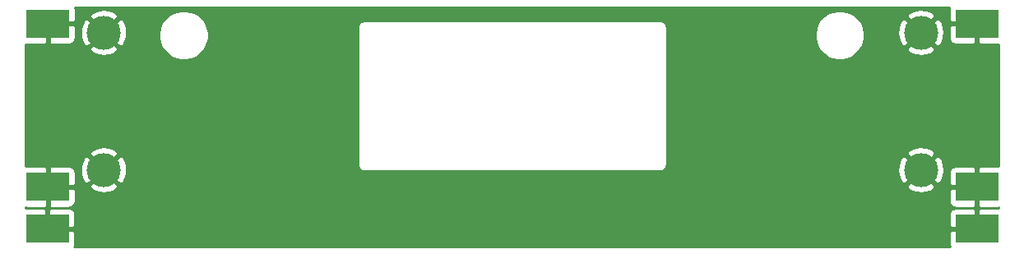
<source format=gbl>
G04 #@! TF.GenerationSoftware,KiCad,Pcbnew,(5.1.8)-1*
G04 #@! TF.CreationDate,2022-11-12T23:31:27+01:00*
G04 #@! TF.ProjectId,RetroPanel FP2,52657472-6f50-4616-9e65-6c204650322e,rev?*
G04 #@! TF.SameCoordinates,Original*
G04 #@! TF.FileFunction,Copper,L2,Bot*
G04 #@! TF.FilePolarity,Positive*
%FSLAX46Y46*%
G04 Gerber Fmt 4.6, Leading zero omitted, Abs format (unit mm)*
G04 Created by KiCad (PCBNEW (5.1.8)-1) date 2022-11-12 23:31:27*
%MOMM*%
%LPD*%
G01*
G04 APERTURE LIST*
G04 #@! TA.AperFunction,ComponentPad*
%ADD10C,3.500000*%
G04 #@! TD*
G04 #@! TA.AperFunction,SMDPad,CuDef*
%ADD11R,4.400000X3.000000*%
G04 #@! TD*
G04 #@! TA.AperFunction,Conductor*
%ADD12C,0.254000*%
G04 #@! TD*
G04 #@! TA.AperFunction,Conductor*
%ADD13C,0.100000*%
G04 #@! TD*
G04 APERTURE END LIST*
D10*
X108687500Y-82575000D03*
X108687500Y-96725000D03*
X192812500Y-96725000D03*
X192812500Y-82575000D03*
D11*
X102934500Y-81648500D03*
X102934500Y-98476000D03*
X198565500Y-81648500D03*
X198565500Y-98476000D03*
X102921000Y-102794000D03*
X198565500Y-102794000D03*
D12*
X195739688Y-80024018D02*
X195727428Y-80148500D01*
X195730500Y-81362750D01*
X195889250Y-81521500D01*
X198438500Y-81521500D01*
X198438500Y-81501500D01*
X198692500Y-81501500D01*
X198692500Y-81521500D01*
X198712500Y-81521500D01*
X198712500Y-81775500D01*
X198692500Y-81775500D01*
X198692500Y-83624750D01*
X198851250Y-83783500D01*
X200765500Y-83786572D01*
X200840000Y-83779235D01*
X200840001Y-96345265D01*
X200765500Y-96337928D01*
X198851250Y-96341000D01*
X198692500Y-96499750D01*
X198692500Y-98349000D01*
X198712500Y-98349000D01*
X198712500Y-98603000D01*
X198692500Y-98603000D01*
X198692500Y-100452250D01*
X198851250Y-100611000D01*
X200765500Y-100614072D01*
X200840001Y-100606735D01*
X200840001Y-100663265D01*
X200765500Y-100655928D01*
X198851250Y-100659000D01*
X198692500Y-100817750D01*
X198692500Y-102667000D01*
X198712500Y-102667000D01*
X198712500Y-102921000D01*
X198692500Y-102921000D01*
X198692500Y-102941000D01*
X198438500Y-102941000D01*
X198438500Y-102921000D01*
X195889250Y-102921000D01*
X195730500Y-103079750D01*
X195727428Y-104294000D01*
X195739688Y-104418482D01*
X195775998Y-104538180D01*
X195830423Y-104640000D01*
X105656077Y-104640000D01*
X105710502Y-104538180D01*
X105746812Y-104418482D01*
X105759072Y-104294000D01*
X105756000Y-103079750D01*
X105597250Y-102921000D01*
X103048000Y-102921000D01*
X103048000Y-102941000D01*
X102794000Y-102941000D01*
X102794000Y-102921000D01*
X102774000Y-102921000D01*
X102774000Y-102667000D01*
X102794000Y-102667000D01*
X102794000Y-100817750D01*
X103048000Y-100817750D01*
X103048000Y-102667000D01*
X105597250Y-102667000D01*
X105756000Y-102508250D01*
X105759072Y-101294000D01*
X195727428Y-101294000D01*
X195730500Y-102508250D01*
X195889250Y-102667000D01*
X198438500Y-102667000D01*
X198438500Y-100817750D01*
X198279750Y-100659000D01*
X196365500Y-100655928D01*
X196241018Y-100668188D01*
X196121320Y-100704498D01*
X196011006Y-100763463D01*
X195914315Y-100842815D01*
X195834963Y-100939506D01*
X195775998Y-101049820D01*
X195739688Y-101169518D01*
X195727428Y-101294000D01*
X105759072Y-101294000D01*
X105746812Y-101169518D01*
X105710502Y-101049820D01*
X105651537Y-100939506D01*
X105572185Y-100842815D01*
X105475494Y-100763463D01*
X105365180Y-100704498D01*
X105245482Y-100668188D01*
X105121000Y-100655928D01*
X103206750Y-100659000D01*
X103048000Y-100817750D01*
X102794000Y-100817750D01*
X102635250Y-100659000D01*
X100721000Y-100655928D01*
X100660000Y-100661936D01*
X100660000Y-100606735D01*
X100734500Y-100614072D01*
X102648750Y-100611000D01*
X102807500Y-100452250D01*
X102807500Y-98603000D01*
X103061500Y-98603000D01*
X103061500Y-100452250D01*
X103220250Y-100611000D01*
X105134500Y-100614072D01*
X105258982Y-100601812D01*
X105378680Y-100565502D01*
X105488994Y-100506537D01*
X105585685Y-100427185D01*
X105665037Y-100330494D01*
X105724002Y-100220180D01*
X105760312Y-100100482D01*
X105772572Y-99976000D01*
X195727428Y-99976000D01*
X195739688Y-100100482D01*
X195775998Y-100220180D01*
X195834963Y-100330494D01*
X195914315Y-100427185D01*
X196011006Y-100506537D01*
X196121320Y-100565502D01*
X196241018Y-100601812D01*
X196365500Y-100614072D01*
X198279750Y-100611000D01*
X198438500Y-100452250D01*
X198438500Y-98603000D01*
X195889250Y-98603000D01*
X195730500Y-98761750D01*
X195727428Y-99976000D01*
X105772572Y-99976000D01*
X105769500Y-98761750D01*
X105610750Y-98603000D01*
X103061500Y-98603000D01*
X102807500Y-98603000D01*
X102787500Y-98603000D01*
X102787500Y-98394609D01*
X107197497Y-98394609D01*
X107383573Y-98735766D01*
X107800909Y-98951513D01*
X108252315Y-99081696D01*
X108720446Y-99121313D01*
X109187311Y-99068842D01*
X109634968Y-98926297D01*
X109991427Y-98735766D01*
X110177503Y-98394609D01*
X191322497Y-98394609D01*
X191508573Y-98735766D01*
X191925909Y-98951513D01*
X192377315Y-99081696D01*
X192845446Y-99121313D01*
X193312311Y-99068842D01*
X193759968Y-98926297D01*
X194116427Y-98735766D01*
X194302503Y-98394609D01*
X192812500Y-96904605D01*
X191322497Y-98394609D01*
X110177503Y-98394609D01*
X108687500Y-96904605D01*
X107197497Y-98394609D01*
X102787500Y-98394609D01*
X102787500Y-98349000D01*
X102807500Y-98349000D01*
X102807500Y-96499750D01*
X103061500Y-96499750D01*
X103061500Y-98349000D01*
X105610750Y-98349000D01*
X105769500Y-98190250D01*
X105772572Y-96976000D01*
X105760312Y-96851518D01*
X105731928Y-96757946D01*
X106291187Y-96757946D01*
X106343658Y-97224811D01*
X106486203Y-97672468D01*
X106676734Y-98028927D01*
X107017891Y-98215003D01*
X108507895Y-96725000D01*
X108867105Y-96725000D01*
X110357109Y-98215003D01*
X110698266Y-98028927D01*
X110914013Y-97611591D01*
X111044196Y-97160185D01*
X111083813Y-96692054D01*
X111031342Y-96225189D01*
X110888797Y-95777532D01*
X110698266Y-95421073D01*
X110357109Y-95234997D01*
X108867105Y-96725000D01*
X108507895Y-96725000D01*
X107017891Y-95234997D01*
X106676734Y-95421073D01*
X106460987Y-95838409D01*
X106330804Y-96289815D01*
X106291187Y-96757946D01*
X105731928Y-96757946D01*
X105724002Y-96731820D01*
X105665037Y-96621506D01*
X105585685Y-96524815D01*
X105488994Y-96445463D01*
X105378680Y-96386498D01*
X105258982Y-96350188D01*
X105134500Y-96337928D01*
X103220250Y-96341000D01*
X103061500Y-96499750D01*
X102807500Y-96499750D01*
X102648750Y-96341000D01*
X100734500Y-96337928D01*
X100660000Y-96345265D01*
X100660000Y-95055391D01*
X107197497Y-95055391D01*
X108687500Y-96545395D01*
X110177503Y-95055391D01*
X109991427Y-94714234D01*
X109574091Y-94498487D01*
X109122685Y-94368304D01*
X108654554Y-94328687D01*
X108187689Y-94381158D01*
X107740032Y-94523703D01*
X107383573Y-94714234D01*
X107197497Y-95055391D01*
X100660000Y-95055391D01*
X100660000Y-84244609D01*
X107197497Y-84244609D01*
X107383573Y-84585766D01*
X107800909Y-84801513D01*
X108252315Y-84931696D01*
X108720446Y-84971313D01*
X109187311Y-84918842D01*
X109634968Y-84776297D01*
X109991427Y-84585766D01*
X110177503Y-84244609D01*
X108687500Y-82754605D01*
X107197497Y-84244609D01*
X100660000Y-84244609D01*
X100660000Y-83779235D01*
X100734500Y-83786572D01*
X102648750Y-83783500D01*
X102807500Y-83624750D01*
X102807500Y-81775500D01*
X103061500Y-81775500D01*
X103061500Y-83624750D01*
X103220250Y-83783500D01*
X105134500Y-83786572D01*
X105258982Y-83774312D01*
X105378680Y-83738002D01*
X105488994Y-83679037D01*
X105585685Y-83599685D01*
X105665037Y-83502994D01*
X105724002Y-83392680D01*
X105760312Y-83272982D01*
X105772572Y-83148500D01*
X105771205Y-82607946D01*
X106291187Y-82607946D01*
X106343658Y-83074811D01*
X106486203Y-83522468D01*
X106676734Y-83878927D01*
X107017891Y-84065003D01*
X108507895Y-82575000D01*
X108867105Y-82575000D01*
X110357109Y-84065003D01*
X110698266Y-83878927D01*
X110914013Y-83461591D01*
X111044196Y-83010185D01*
X111078730Y-82602116D01*
X114352423Y-82602116D01*
X114352423Y-83107884D01*
X114451094Y-83603934D01*
X114644643Y-84071204D01*
X114925633Y-84491735D01*
X115283265Y-84849367D01*
X115703796Y-85130357D01*
X116171066Y-85323906D01*
X116667116Y-85422577D01*
X117172884Y-85422577D01*
X117668934Y-85323906D01*
X118136204Y-85130357D01*
X118556735Y-84849367D01*
X118914367Y-84491735D01*
X119195357Y-84071204D01*
X119388906Y-83603934D01*
X119487577Y-83107884D01*
X119487577Y-82602116D01*
X119388906Y-82106066D01*
X119353257Y-82020000D01*
X134850807Y-82020000D01*
X134854001Y-82052429D01*
X134854000Y-96157581D01*
X134850807Y-96190000D01*
X134863550Y-96319383D01*
X134901290Y-96443793D01*
X134962575Y-96558450D01*
X135014324Y-96621506D01*
X135045052Y-96658948D01*
X135145550Y-96741425D01*
X135260207Y-96802710D01*
X135384617Y-96840450D01*
X135514000Y-96853193D01*
X135546419Y-96850000D01*
X165953581Y-96850000D01*
X165986000Y-96853193D01*
X166018419Y-96850000D01*
X166115383Y-96840450D01*
X166239793Y-96802710D01*
X166323541Y-96757946D01*
X190416187Y-96757946D01*
X190468658Y-97224811D01*
X190611203Y-97672468D01*
X190801734Y-98028927D01*
X191142891Y-98215003D01*
X192632895Y-96725000D01*
X192992105Y-96725000D01*
X194482109Y-98215003D01*
X194823266Y-98028927D01*
X195039013Y-97611591D01*
X195169196Y-97160185D01*
X195184783Y-96976000D01*
X195727428Y-96976000D01*
X195730500Y-98190250D01*
X195889250Y-98349000D01*
X198438500Y-98349000D01*
X198438500Y-96499750D01*
X198279750Y-96341000D01*
X196365500Y-96337928D01*
X196241018Y-96350188D01*
X196121320Y-96386498D01*
X196011006Y-96445463D01*
X195914315Y-96524815D01*
X195834963Y-96621506D01*
X195775998Y-96731820D01*
X195739688Y-96851518D01*
X195727428Y-96976000D01*
X195184783Y-96976000D01*
X195208813Y-96692054D01*
X195156342Y-96225189D01*
X195013797Y-95777532D01*
X194823266Y-95421073D01*
X194482109Y-95234997D01*
X192992105Y-96725000D01*
X192632895Y-96725000D01*
X191142891Y-95234997D01*
X190801734Y-95421073D01*
X190585987Y-95838409D01*
X190455804Y-96289815D01*
X190416187Y-96757946D01*
X166323541Y-96757946D01*
X166354450Y-96741425D01*
X166454948Y-96658948D01*
X166537425Y-96558450D01*
X166598710Y-96443793D01*
X166636450Y-96319383D01*
X166649193Y-96190000D01*
X166646000Y-96157581D01*
X166646000Y-95055391D01*
X191322497Y-95055391D01*
X192812500Y-96545395D01*
X194302503Y-95055391D01*
X194116427Y-94714234D01*
X193699091Y-94498487D01*
X193247685Y-94368304D01*
X192779554Y-94328687D01*
X192312689Y-94381158D01*
X191865032Y-94523703D01*
X191508573Y-94714234D01*
X191322497Y-95055391D01*
X166646000Y-95055391D01*
X166646000Y-82602116D01*
X181885423Y-82602116D01*
X181885423Y-83107884D01*
X181984094Y-83603934D01*
X182177643Y-84071204D01*
X182458633Y-84491735D01*
X182816265Y-84849367D01*
X183236796Y-85130357D01*
X183704066Y-85323906D01*
X184200116Y-85422577D01*
X184705884Y-85422577D01*
X185201934Y-85323906D01*
X185669204Y-85130357D01*
X186089735Y-84849367D01*
X186447367Y-84491735D01*
X186612491Y-84244609D01*
X191322497Y-84244609D01*
X191508573Y-84585766D01*
X191925909Y-84801513D01*
X192377315Y-84931696D01*
X192845446Y-84971313D01*
X193312311Y-84918842D01*
X193759968Y-84776297D01*
X194116427Y-84585766D01*
X194302503Y-84244609D01*
X192812500Y-82754605D01*
X191322497Y-84244609D01*
X186612491Y-84244609D01*
X186728357Y-84071204D01*
X186921906Y-83603934D01*
X187020577Y-83107884D01*
X187020577Y-82607946D01*
X190416187Y-82607946D01*
X190468658Y-83074811D01*
X190611203Y-83522468D01*
X190801734Y-83878927D01*
X191142891Y-84065003D01*
X192632895Y-82575000D01*
X192992105Y-82575000D01*
X194482109Y-84065003D01*
X194823266Y-83878927D01*
X195039013Y-83461591D01*
X195129306Y-83148500D01*
X195727428Y-83148500D01*
X195739688Y-83272982D01*
X195775998Y-83392680D01*
X195834963Y-83502994D01*
X195914315Y-83599685D01*
X196011006Y-83679037D01*
X196121320Y-83738002D01*
X196241018Y-83774312D01*
X196365500Y-83786572D01*
X198279750Y-83783500D01*
X198438500Y-83624750D01*
X198438500Y-81775500D01*
X195889250Y-81775500D01*
X195730500Y-81934250D01*
X195727428Y-83148500D01*
X195129306Y-83148500D01*
X195169196Y-83010185D01*
X195208813Y-82542054D01*
X195156342Y-82075189D01*
X195013797Y-81627532D01*
X194823266Y-81271073D01*
X194482109Y-81084997D01*
X192992105Y-82575000D01*
X192632895Y-82575000D01*
X191142891Y-81084997D01*
X190801734Y-81271073D01*
X190585987Y-81688409D01*
X190455804Y-82139815D01*
X190416187Y-82607946D01*
X187020577Y-82607946D01*
X187020577Y-82602116D01*
X186921906Y-82106066D01*
X186728357Y-81638796D01*
X186447367Y-81218265D01*
X186134493Y-80905391D01*
X191322497Y-80905391D01*
X192812500Y-82395395D01*
X194302503Y-80905391D01*
X194116427Y-80564234D01*
X193699091Y-80348487D01*
X193247685Y-80218304D01*
X192779554Y-80178687D01*
X192312689Y-80231158D01*
X191865032Y-80373703D01*
X191508573Y-80564234D01*
X191322497Y-80905391D01*
X186134493Y-80905391D01*
X186089735Y-80860633D01*
X185669204Y-80579643D01*
X185201934Y-80386094D01*
X184705884Y-80287423D01*
X184200116Y-80287423D01*
X183704066Y-80386094D01*
X183236796Y-80579643D01*
X182816265Y-80860633D01*
X182458633Y-81218265D01*
X182177643Y-81638796D01*
X181984094Y-82106066D01*
X181885423Y-82602116D01*
X166646000Y-82602116D01*
X166646000Y-82052419D01*
X166649193Y-82020000D01*
X166636450Y-81890617D01*
X166598710Y-81766207D01*
X166537425Y-81651550D01*
X166454948Y-81551052D01*
X166354450Y-81468575D01*
X166239793Y-81407290D01*
X166115383Y-81369550D01*
X166018419Y-81360000D01*
X165986000Y-81356807D01*
X165953581Y-81360000D01*
X135546419Y-81360000D01*
X135514000Y-81356807D01*
X135481581Y-81360000D01*
X135384617Y-81369550D01*
X135260207Y-81407290D01*
X135145550Y-81468575D01*
X135045052Y-81551052D01*
X134962575Y-81651550D01*
X134901290Y-81766207D01*
X134863550Y-81890617D01*
X134850807Y-82020000D01*
X119353257Y-82020000D01*
X119195357Y-81638796D01*
X118914367Y-81218265D01*
X118556735Y-80860633D01*
X118136204Y-80579643D01*
X117668934Y-80386094D01*
X117172884Y-80287423D01*
X116667116Y-80287423D01*
X116171066Y-80386094D01*
X115703796Y-80579643D01*
X115283265Y-80860633D01*
X114925633Y-81218265D01*
X114644643Y-81638796D01*
X114451094Y-82106066D01*
X114352423Y-82602116D01*
X111078730Y-82602116D01*
X111083813Y-82542054D01*
X111031342Y-82075189D01*
X110888797Y-81627532D01*
X110698266Y-81271073D01*
X110357109Y-81084997D01*
X108867105Y-82575000D01*
X108507895Y-82575000D01*
X107017891Y-81084997D01*
X106676734Y-81271073D01*
X106460987Y-81688409D01*
X106330804Y-82139815D01*
X106291187Y-82607946D01*
X105771205Y-82607946D01*
X105769500Y-81934250D01*
X105610750Y-81775500D01*
X103061500Y-81775500D01*
X102807500Y-81775500D01*
X102787500Y-81775500D01*
X102787500Y-81521500D01*
X102807500Y-81521500D01*
X102807500Y-81501500D01*
X103061500Y-81501500D01*
X103061500Y-81521500D01*
X105610750Y-81521500D01*
X105769500Y-81362750D01*
X105770657Y-80905391D01*
X107197497Y-80905391D01*
X108687500Y-82395395D01*
X110177503Y-80905391D01*
X109991427Y-80564234D01*
X109574091Y-80348487D01*
X109122685Y-80218304D01*
X108654554Y-80178687D01*
X108187689Y-80231158D01*
X107740032Y-80373703D01*
X107383573Y-80564234D01*
X107197497Y-80905391D01*
X105770657Y-80905391D01*
X105772572Y-80148500D01*
X105760312Y-80024018D01*
X105740892Y-79960000D01*
X195759108Y-79960000D01*
X195739688Y-80024018D01*
G04 #@! TA.AperFunction,Conductor*
D13*
G36*
X195739688Y-80024018D02*
G01*
X195727428Y-80148500D01*
X195730500Y-81362750D01*
X195889250Y-81521500D01*
X198438500Y-81521500D01*
X198438500Y-81501500D01*
X198692500Y-81501500D01*
X198692500Y-81521500D01*
X198712500Y-81521500D01*
X198712500Y-81775500D01*
X198692500Y-81775500D01*
X198692500Y-83624750D01*
X198851250Y-83783500D01*
X200765500Y-83786572D01*
X200840000Y-83779235D01*
X200840001Y-96345265D01*
X200765500Y-96337928D01*
X198851250Y-96341000D01*
X198692500Y-96499750D01*
X198692500Y-98349000D01*
X198712500Y-98349000D01*
X198712500Y-98603000D01*
X198692500Y-98603000D01*
X198692500Y-100452250D01*
X198851250Y-100611000D01*
X200765500Y-100614072D01*
X200840001Y-100606735D01*
X200840001Y-100663265D01*
X200765500Y-100655928D01*
X198851250Y-100659000D01*
X198692500Y-100817750D01*
X198692500Y-102667000D01*
X198712500Y-102667000D01*
X198712500Y-102921000D01*
X198692500Y-102921000D01*
X198692500Y-102941000D01*
X198438500Y-102941000D01*
X198438500Y-102921000D01*
X195889250Y-102921000D01*
X195730500Y-103079750D01*
X195727428Y-104294000D01*
X195739688Y-104418482D01*
X195775998Y-104538180D01*
X195830423Y-104640000D01*
X105656077Y-104640000D01*
X105710502Y-104538180D01*
X105746812Y-104418482D01*
X105759072Y-104294000D01*
X105756000Y-103079750D01*
X105597250Y-102921000D01*
X103048000Y-102921000D01*
X103048000Y-102941000D01*
X102794000Y-102941000D01*
X102794000Y-102921000D01*
X102774000Y-102921000D01*
X102774000Y-102667000D01*
X102794000Y-102667000D01*
X102794000Y-100817750D01*
X103048000Y-100817750D01*
X103048000Y-102667000D01*
X105597250Y-102667000D01*
X105756000Y-102508250D01*
X105759072Y-101294000D01*
X195727428Y-101294000D01*
X195730500Y-102508250D01*
X195889250Y-102667000D01*
X198438500Y-102667000D01*
X198438500Y-100817750D01*
X198279750Y-100659000D01*
X196365500Y-100655928D01*
X196241018Y-100668188D01*
X196121320Y-100704498D01*
X196011006Y-100763463D01*
X195914315Y-100842815D01*
X195834963Y-100939506D01*
X195775998Y-101049820D01*
X195739688Y-101169518D01*
X195727428Y-101294000D01*
X105759072Y-101294000D01*
X105746812Y-101169518D01*
X105710502Y-101049820D01*
X105651537Y-100939506D01*
X105572185Y-100842815D01*
X105475494Y-100763463D01*
X105365180Y-100704498D01*
X105245482Y-100668188D01*
X105121000Y-100655928D01*
X103206750Y-100659000D01*
X103048000Y-100817750D01*
X102794000Y-100817750D01*
X102635250Y-100659000D01*
X100721000Y-100655928D01*
X100660000Y-100661936D01*
X100660000Y-100606735D01*
X100734500Y-100614072D01*
X102648750Y-100611000D01*
X102807500Y-100452250D01*
X102807500Y-98603000D01*
X103061500Y-98603000D01*
X103061500Y-100452250D01*
X103220250Y-100611000D01*
X105134500Y-100614072D01*
X105258982Y-100601812D01*
X105378680Y-100565502D01*
X105488994Y-100506537D01*
X105585685Y-100427185D01*
X105665037Y-100330494D01*
X105724002Y-100220180D01*
X105760312Y-100100482D01*
X105772572Y-99976000D01*
X195727428Y-99976000D01*
X195739688Y-100100482D01*
X195775998Y-100220180D01*
X195834963Y-100330494D01*
X195914315Y-100427185D01*
X196011006Y-100506537D01*
X196121320Y-100565502D01*
X196241018Y-100601812D01*
X196365500Y-100614072D01*
X198279750Y-100611000D01*
X198438500Y-100452250D01*
X198438500Y-98603000D01*
X195889250Y-98603000D01*
X195730500Y-98761750D01*
X195727428Y-99976000D01*
X105772572Y-99976000D01*
X105769500Y-98761750D01*
X105610750Y-98603000D01*
X103061500Y-98603000D01*
X102807500Y-98603000D01*
X102787500Y-98603000D01*
X102787500Y-98394609D01*
X107197497Y-98394609D01*
X107383573Y-98735766D01*
X107800909Y-98951513D01*
X108252315Y-99081696D01*
X108720446Y-99121313D01*
X109187311Y-99068842D01*
X109634968Y-98926297D01*
X109991427Y-98735766D01*
X110177503Y-98394609D01*
X191322497Y-98394609D01*
X191508573Y-98735766D01*
X191925909Y-98951513D01*
X192377315Y-99081696D01*
X192845446Y-99121313D01*
X193312311Y-99068842D01*
X193759968Y-98926297D01*
X194116427Y-98735766D01*
X194302503Y-98394609D01*
X192812500Y-96904605D01*
X191322497Y-98394609D01*
X110177503Y-98394609D01*
X108687500Y-96904605D01*
X107197497Y-98394609D01*
X102787500Y-98394609D01*
X102787500Y-98349000D01*
X102807500Y-98349000D01*
X102807500Y-96499750D01*
X103061500Y-96499750D01*
X103061500Y-98349000D01*
X105610750Y-98349000D01*
X105769500Y-98190250D01*
X105772572Y-96976000D01*
X105760312Y-96851518D01*
X105731928Y-96757946D01*
X106291187Y-96757946D01*
X106343658Y-97224811D01*
X106486203Y-97672468D01*
X106676734Y-98028927D01*
X107017891Y-98215003D01*
X108507895Y-96725000D01*
X108867105Y-96725000D01*
X110357109Y-98215003D01*
X110698266Y-98028927D01*
X110914013Y-97611591D01*
X111044196Y-97160185D01*
X111083813Y-96692054D01*
X111031342Y-96225189D01*
X110888797Y-95777532D01*
X110698266Y-95421073D01*
X110357109Y-95234997D01*
X108867105Y-96725000D01*
X108507895Y-96725000D01*
X107017891Y-95234997D01*
X106676734Y-95421073D01*
X106460987Y-95838409D01*
X106330804Y-96289815D01*
X106291187Y-96757946D01*
X105731928Y-96757946D01*
X105724002Y-96731820D01*
X105665037Y-96621506D01*
X105585685Y-96524815D01*
X105488994Y-96445463D01*
X105378680Y-96386498D01*
X105258982Y-96350188D01*
X105134500Y-96337928D01*
X103220250Y-96341000D01*
X103061500Y-96499750D01*
X102807500Y-96499750D01*
X102648750Y-96341000D01*
X100734500Y-96337928D01*
X100660000Y-96345265D01*
X100660000Y-95055391D01*
X107197497Y-95055391D01*
X108687500Y-96545395D01*
X110177503Y-95055391D01*
X109991427Y-94714234D01*
X109574091Y-94498487D01*
X109122685Y-94368304D01*
X108654554Y-94328687D01*
X108187689Y-94381158D01*
X107740032Y-94523703D01*
X107383573Y-94714234D01*
X107197497Y-95055391D01*
X100660000Y-95055391D01*
X100660000Y-84244609D01*
X107197497Y-84244609D01*
X107383573Y-84585766D01*
X107800909Y-84801513D01*
X108252315Y-84931696D01*
X108720446Y-84971313D01*
X109187311Y-84918842D01*
X109634968Y-84776297D01*
X109991427Y-84585766D01*
X110177503Y-84244609D01*
X108687500Y-82754605D01*
X107197497Y-84244609D01*
X100660000Y-84244609D01*
X100660000Y-83779235D01*
X100734500Y-83786572D01*
X102648750Y-83783500D01*
X102807500Y-83624750D01*
X102807500Y-81775500D01*
X103061500Y-81775500D01*
X103061500Y-83624750D01*
X103220250Y-83783500D01*
X105134500Y-83786572D01*
X105258982Y-83774312D01*
X105378680Y-83738002D01*
X105488994Y-83679037D01*
X105585685Y-83599685D01*
X105665037Y-83502994D01*
X105724002Y-83392680D01*
X105760312Y-83272982D01*
X105772572Y-83148500D01*
X105771205Y-82607946D01*
X106291187Y-82607946D01*
X106343658Y-83074811D01*
X106486203Y-83522468D01*
X106676734Y-83878927D01*
X107017891Y-84065003D01*
X108507895Y-82575000D01*
X108867105Y-82575000D01*
X110357109Y-84065003D01*
X110698266Y-83878927D01*
X110914013Y-83461591D01*
X111044196Y-83010185D01*
X111078730Y-82602116D01*
X114352423Y-82602116D01*
X114352423Y-83107884D01*
X114451094Y-83603934D01*
X114644643Y-84071204D01*
X114925633Y-84491735D01*
X115283265Y-84849367D01*
X115703796Y-85130357D01*
X116171066Y-85323906D01*
X116667116Y-85422577D01*
X117172884Y-85422577D01*
X117668934Y-85323906D01*
X118136204Y-85130357D01*
X118556735Y-84849367D01*
X118914367Y-84491735D01*
X119195357Y-84071204D01*
X119388906Y-83603934D01*
X119487577Y-83107884D01*
X119487577Y-82602116D01*
X119388906Y-82106066D01*
X119353257Y-82020000D01*
X134850807Y-82020000D01*
X134854001Y-82052429D01*
X134854000Y-96157581D01*
X134850807Y-96190000D01*
X134863550Y-96319383D01*
X134901290Y-96443793D01*
X134962575Y-96558450D01*
X135014324Y-96621506D01*
X135045052Y-96658948D01*
X135145550Y-96741425D01*
X135260207Y-96802710D01*
X135384617Y-96840450D01*
X135514000Y-96853193D01*
X135546419Y-96850000D01*
X165953581Y-96850000D01*
X165986000Y-96853193D01*
X166018419Y-96850000D01*
X166115383Y-96840450D01*
X166239793Y-96802710D01*
X166323541Y-96757946D01*
X190416187Y-96757946D01*
X190468658Y-97224811D01*
X190611203Y-97672468D01*
X190801734Y-98028927D01*
X191142891Y-98215003D01*
X192632895Y-96725000D01*
X192992105Y-96725000D01*
X194482109Y-98215003D01*
X194823266Y-98028927D01*
X195039013Y-97611591D01*
X195169196Y-97160185D01*
X195184783Y-96976000D01*
X195727428Y-96976000D01*
X195730500Y-98190250D01*
X195889250Y-98349000D01*
X198438500Y-98349000D01*
X198438500Y-96499750D01*
X198279750Y-96341000D01*
X196365500Y-96337928D01*
X196241018Y-96350188D01*
X196121320Y-96386498D01*
X196011006Y-96445463D01*
X195914315Y-96524815D01*
X195834963Y-96621506D01*
X195775998Y-96731820D01*
X195739688Y-96851518D01*
X195727428Y-96976000D01*
X195184783Y-96976000D01*
X195208813Y-96692054D01*
X195156342Y-96225189D01*
X195013797Y-95777532D01*
X194823266Y-95421073D01*
X194482109Y-95234997D01*
X192992105Y-96725000D01*
X192632895Y-96725000D01*
X191142891Y-95234997D01*
X190801734Y-95421073D01*
X190585987Y-95838409D01*
X190455804Y-96289815D01*
X190416187Y-96757946D01*
X166323541Y-96757946D01*
X166354450Y-96741425D01*
X166454948Y-96658948D01*
X166537425Y-96558450D01*
X166598710Y-96443793D01*
X166636450Y-96319383D01*
X166649193Y-96190000D01*
X166646000Y-96157581D01*
X166646000Y-95055391D01*
X191322497Y-95055391D01*
X192812500Y-96545395D01*
X194302503Y-95055391D01*
X194116427Y-94714234D01*
X193699091Y-94498487D01*
X193247685Y-94368304D01*
X192779554Y-94328687D01*
X192312689Y-94381158D01*
X191865032Y-94523703D01*
X191508573Y-94714234D01*
X191322497Y-95055391D01*
X166646000Y-95055391D01*
X166646000Y-82602116D01*
X181885423Y-82602116D01*
X181885423Y-83107884D01*
X181984094Y-83603934D01*
X182177643Y-84071204D01*
X182458633Y-84491735D01*
X182816265Y-84849367D01*
X183236796Y-85130357D01*
X183704066Y-85323906D01*
X184200116Y-85422577D01*
X184705884Y-85422577D01*
X185201934Y-85323906D01*
X185669204Y-85130357D01*
X186089735Y-84849367D01*
X186447367Y-84491735D01*
X186612491Y-84244609D01*
X191322497Y-84244609D01*
X191508573Y-84585766D01*
X191925909Y-84801513D01*
X192377315Y-84931696D01*
X192845446Y-84971313D01*
X193312311Y-84918842D01*
X193759968Y-84776297D01*
X194116427Y-84585766D01*
X194302503Y-84244609D01*
X192812500Y-82754605D01*
X191322497Y-84244609D01*
X186612491Y-84244609D01*
X186728357Y-84071204D01*
X186921906Y-83603934D01*
X187020577Y-83107884D01*
X187020577Y-82607946D01*
X190416187Y-82607946D01*
X190468658Y-83074811D01*
X190611203Y-83522468D01*
X190801734Y-83878927D01*
X191142891Y-84065003D01*
X192632895Y-82575000D01*
X192992105Y-82575000D01*
X194482109Y-84065003D01*
X194823266Y-83878927D01*
X195039013Y-83461591D01*
X195129306Y-83148500D01*
X195727428Y-83148500D01*
X195739688Y-83272982D01*
X195775998Y-83392680D01*
X195834963Y-83502994D01*
X195914315Y-83599685D01*
X196011006Y-83679037D01*
X196121320Y-83738002D01*
X196241018Y-83774312D01*
X196365500Y-83786572D01*
X198279750Y-83783500D01*
X198438500Y-83624750D01*
X198438500Y-81775500D01*
X195889250Y-81775500D01*
X195730500Y-81934250D01*
X195727428Y-83148500D01*
X195129306Y-83148500D01*
X195169196Y-83010185D01*
X195208813Y-82542054D01*
X195156342Y-82075189D01*
X195013797Y-81627532D01*
X194823266Y-81271073D01*
X194482109Y-81084997D01*
X192992105Y-82575000D01*
X192632895Y-82575000D01*
X191142891Y-81084997D01*
X190801734Y-81271073D01*
X190585987Y-81688409D01*
X190455804Y-82139815D01*
X190416187Y-82607946D01*
X187020577Y-82607946D01*
X187020577Y-82602116D01*
X186921906Y-82106066D01*
X186728357Y-81638796D01*
X186447367Y-81218265D01*
X186134493Y-80905391D01*
X191322497Y-80905391D01*
X192812500Y-82395395D01*
X194302503Y-80905391D01*
X194116427Y-80564234D01*
X193699091Y-80348487D01*
X193247685Y-80218304D01*
X192779554Y-80178687D01*
X192312689Y-80231158D01*
X191865032Y-80373703D01*
X191508573Y-80564234D01*
X191322497Y-80905391D01*
X186134493Y-80905391D01*
X186089735Y-80860633D01*
X185669204Y-80579643D01*
X185201934Y-80386094D01*
X184705884Y-80287423D01*
X184200116Y-80287423D01*
X183704066Y-80386094D01*
X183236796Y-80579643D01*
X182816265Y-80860633D01*
X182458633Y-81218265D01*
X182177643Y-81638796D01*
X181984094Y-82106066D01*
X181885423Y-82602116D01*
X166646000Y-82602116D01*
X166646000Y-82052419D01*
X166649193Y-82020000D01*
X166636450Y-81890617D01*
X166598710Y-81766207D01*
X166537425Y-81651550D01*
X166454948Y-81551052D01*
X166354450Y-81468575D01*
X166239793Y-81407290D01*
X166115383Y-81369550D01*
X166018419Y-81360000D01*
X165986000Y-81356807D01*
X165953581Y-81360000D01*
X135546419Y-81360000D01*
X135514000Y-81356807D01*
X135481581Y-81360000D01*
X135384617Y-81369550D01*
X135260207Y-81407290D01*
X135145550Y-81468575D01*
X135045052Y-81551052D01*
X134962575Y-81651550D01*
X134901290Y-81766207D01*
X134863550Y-81890617D01*
X134850807Y-82020000D01*
X119353257Y-82020000D01*
X119195357Y-81638796D01*
X118914367Y-81218265D01*
X118556735Y-80860633D01*
X118136204Y-80579643D01*
X117668934Y-80386094D01*
X117172884Y-80287423D01*
X116667116Y-80287423D01*
X116171066Y-80386094D01*
X115703796Y-80579643D01*
X115283265Y-80860633D01*
X114925633Y-81218265D01*
X114644643Y-81638796D01*
X114451094Y-82106066D01*
X114352423Y-82602116D01*
X111078730Y-82602116D01*
X111083813Y-82542054D01*
X111031342Y-82075189D01*
X110888797Y-81627532D01*
X110698266Y-81271073D01*
X110357109Y-81084997D01*
X108867105Y-82575000D01*
X108507895Y-82575000D01*
X107017891Y-81084997D01*
X106676734Y-81271073D01*
X106460987Y-81688409D01*
X106330804Y-82139815D01*
X106291187Y-82607946D01*
X105771205Y-82607946D01*
X105769500Y-81934250D01*
X105610750Y-81775500D01*
X103061500Y-81775500D01*
X102807500Y-81775500D01*
X102787500Y-81775500D01*
X102787500Y-81521500D01*
X102807500Y-81521500D01*
X102807500Y-81501500D01*
X103061500Y-81501500D01*
X103061500Y-81521500D01*
X105610750Y-81521500D01*
X105769500Y-81362750D01*
X105770657Y-80905391D01*
X107197497Y-80905391D01*
X108687500Y-82395395D01*
X110177503Y-80905391D01*
X109991427Y-80564234D01*
X109574091Y-80348487D01*
X109122685Y-80218304D01*
X108654554Y-80178687D01*
X108187689Y-80231158D01*
X107740032Y-80373703D01*
X107383573Y-80564234D01*
X107197497Y-80905391D01*
X105770657Y-80905391D01*
X105772572Y-80148500D01*
X105760312Y-80024018D01*
X105740892Y-79960000D01*
X195759108Y-79960000D01*
X195739688Y-80024018D01*
G37*
G04 #@! TD.AperFunction*
M02*

</source>
